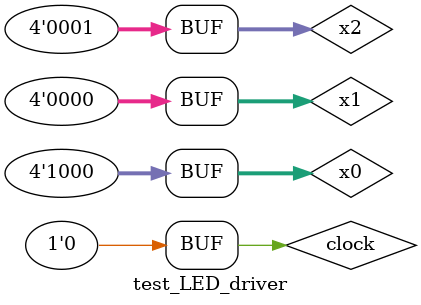
<source format=v>
`timescale 1ns / 1ps
module test_LED_driver(
   );
reg clock;
reg [3:0] x0, x1, x2;
wire [6:0] seg;
wire [2:0] an;
LED_driver driverToTest(clock, x0, x1, x2, seg, an);

initial begin
	x0 <= 4'h8;
	x1 <= 4'h0;
	x2 <= 4'h1;

				  clock=0;#3;
	clock=1;#5;clock=0;#3; //0
   clock=1;#5;clock=0;#3;
   clock=1;#5;clock=0;#3;
   clock=1;#5;clock=0;#3;
   clock=1;#5;clock=0;#3;
   clock=1;#5;clock=0;#3;
   clock=1;#5;clock=0;#3;
   clock=1;#5;clock=0;#3;
   clock=1;#5;clock=0;#3;
   clock=1;#5;clock=0;#3;
   clock=1;#5;clock=0;#3;
   clock=1;#5;clock=0;#3;
   clock=1;#5;clock=0;#3;
   clock=1;#5;clock=0;#3;
   clock=1;#5;clock=0;#3;
   clock=1;#5;clock=0;#3; //F
   clock=1;#5;clock=0;#3; //0
   clock=1;#5;clock=0;#3;
   clock=1;#5;clock=0;#3;
   clock=1;#5;clock=0;#3;
   clock=1;#5;clock=0;#3;
   clock=1;#5;clock=0;#3;
   clock=1;#5;clock=0;#3;
   clock=1;#5;clock=0;#3;
   clock=1;#5;clock=0;#3;
   clock=1;#5;clock=0;#3;
   clock=1;#5;clock=0;#3;
   clock=1;#5;clock=0;#3;
   clock=1;#5;clock=0;#3;
   clock=1;#5;clock=0;#3;
   clock=1;#5;clock=0;#3;
   clock=1;#5;clock=0;#3; //F
   clock=1;#5;clock=0;#3; //0
   clock=1;#5;clock=0;#3;
   clock=1;#5;clock=0;#3;
   clock=1;#5;clock=0;#3;
   clock=1;#5;clock=0;#3;
   clock=1;#5;clock=0;#3;
   clock=1;#5;clock=0;#3;
   clock=1;#5;clock=0;#3;
   clock=1;#5;clock=0;#3;
   clock=1;#5;clock=0;#3;
   clock=1;#5;clock=0;#3;
   clock=1;#5;clock=0;#3;
   clock=1;#5;clock=0;#3;
   clock=1;#5;clock=0;#3;
   clock=1;#5;clock=0;#3;
   clock=1;#5;clock=0;#3; //F
   clock=1;#5;clock=0;#3; //0
   clock=1;#5;clock=0;#3;
   clock=1;#5;clock=0;#3;
   clock=1;#5;clock=0;#3;
   clock=1;#5;clock=0;#3;
   clock=1;#5;clock=0;#3;
   clock=1;#5;clock=0;#3;
   clock=1;#5;clock=0;#3;
   clock=1;#5;clock=0;#3;
   clock=1;#5;clock=0;#3;
   clock=1;#5;clock=0;#3;
   clock=1;#5;clock=0;#3;
   clock=1;#5;clock=0;#3;
   clock=1;#5;clock=0;#3;
   clock=1;#5;clock=0;#3;
   clock=1;#5;clock=0;#3; //F
end

endmodule

</source>
